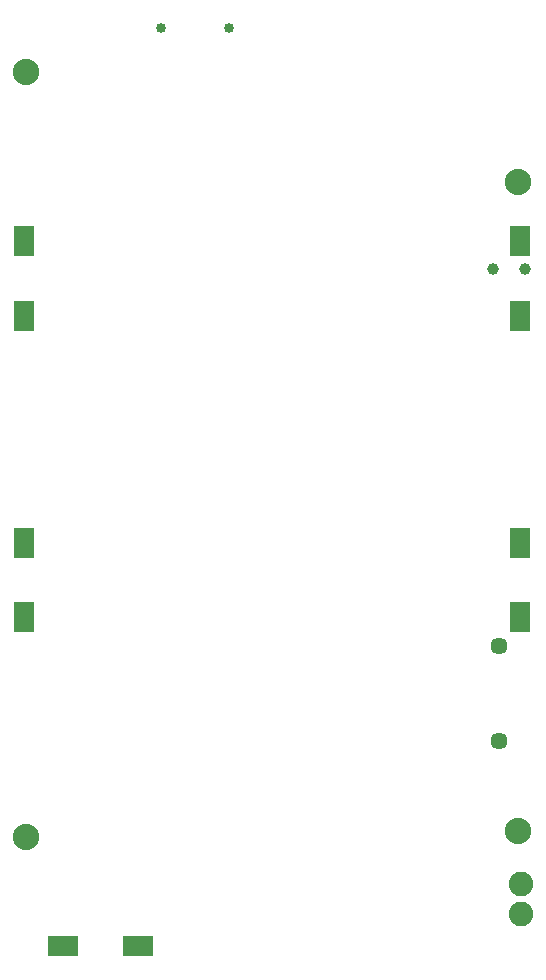
<source format=gbr>
G04 EAGLE Gerber RS-274X export*
G75*
%MOMM*%
%FSLAX34Y34*%
%LPD*%
%INSoldermask Bottom*%
%IPPOS*%
%AMOC8*
5,1,8,0,0,1.08239X$1,22.5*%
G01*
%ADD10C,2.235200*%
%ADD11C,1.003200*%
%ADD12C,1.453200*%
%ADD13C,0.853200*%
%ADD14R,2.503200X1.803200*%
%ADD15R,1.803200X2.503200*%
%ADD16C,2.082800*%


D10*
X438000Y672000D03*
X22000Y117000D03*
X438000Y122000D03*
X22000Y765000D03*
D11*
X417100Y598300D03*
X443900Y598300D03*
D12*
X422000Y278600D03*
X422000Y198600D03*
D13*
X136130Y801950D03*
X193930Y801950D03*
D14*
X53500Y25000D03*
X116500Y25000D03*
D15*
X440000Y558500D03*
X440000Y621500D03*
X440000Y303500D03*
X440000Y366500D03*
X20000Y558500D03*
X20000Y621500D03*
X20000Y366500D03*
X20000Y303500D03*
D16*
X441000Y52000D03*
X441000Y77400D03*
M02*

</source>
